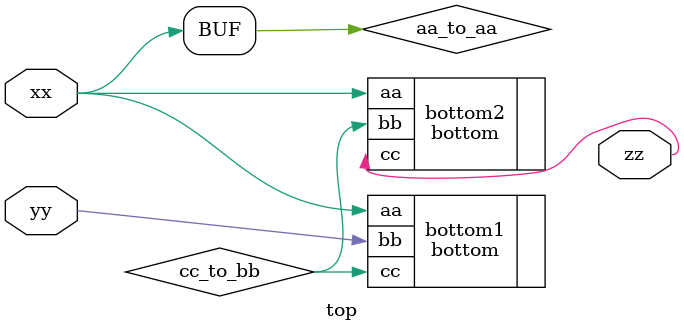
<source format=sv>
module top(xx, yy, zz);	// Module definition start

	input xx, yy;	// Define inputs
	
	output zz;		// Define outputs
	
	wire aa_to_aa;	// Define a wire to connect 'aa's of the two instances.
	wire cc_to_bb;	// Define a wire to connect 'cc' and 'bb'.
	
	assign aa_to_aa = xx;	// Need to connect 'aa_to_aa' to 'xx' as well.
		
	// First instance of bottom module
	bottom bottom1(.aa(aa_to_aa),  // Connect 'aa' of the instance to 'aa_to_aa' wire
				   .bb(yy),		   // Connect 'bb' of the instance directly to 'yy'
				   .cc(cc_to_bb)); // Connect 'cc' of the instance to 'cc_to_bb' wire
						
	// Second instance of bottom module
	bottom bottom2(.aa(aa_to_aa),	// Connect 'aa' of the instance to 'aa_to_aa' wire
				   .bb(cc_to_bb),	// Connect 'bb' of the instance to 'cc_to_bb' wire
				   .cc(zz));		// Connect 'cc' of the instance to 'zz'
				
endmodule 			// Module definition end
</source>
